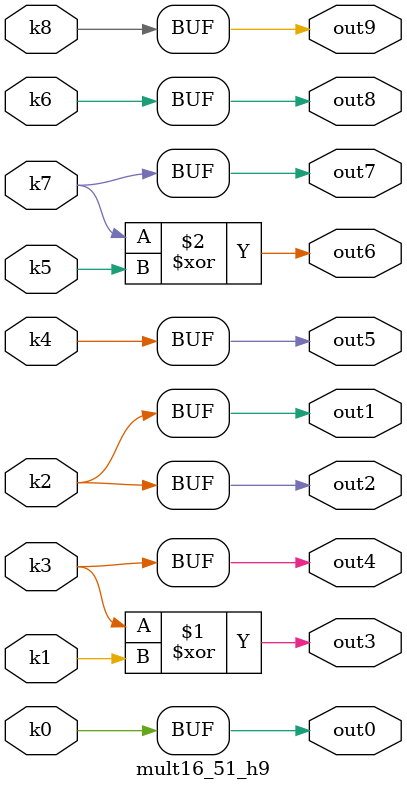
<source format=v>
module mult16_51(pi00, pi01, pi02, pi03, pi04, pi05, pi06, pi07, pi08, pi09, pi10, pi11, pi12, po00, po01, po02, po03, po04, po05, po06, po07, po08, po09);
input pi00, pi01, pi02, pi03, pi04, pi05, pi06, pi07, pi08, pi09, pi10, pi11, pi12;
output po00, po01, po02, po03, po04, po05, po06, po07, po08, po09;
wire k0, k1, k2, k3, k4, k5, k6, k7, k8;
mult16_51_w9 DUT1 (pi00, pi01, pi02, pi03, pi04, pi05, pi06, pi07, pi08, pi09, pi10, pi11, pi12, k0, k1, k2, k3, k4, k5, k6, k7, k8);
mult16_51_h9 DUT2 (k0, k1, k2, k3, k4, k5, k6, k7, k8, po00, po01, po02, po03, po04, po05, po06, po07, po08, po09);
endmodule

module mult16_51_w9(in12, in11, in10, in9, in8, in7, in6, in5, in4, in3, in2, in1, in0, k8, k7, k6, k5, k4, k3, k2, k1, k0);
input in12, in11, in10, in9, in8, in7, in6, in5, in4, in3, in2, in1, in0;
output k8, k7, k6, k5, k4, k3, k2, k1, k0;
assign k0 =   (~in8 | ((~in0 | ~in5) & (~in4 | ~in3 | ~in9))) & (~in3 | ~in9 | ~in7 | ~in5);
assign k1 =   in2 & ((~in11 & ((in9 & in4 & ((in8 & ~in10 & in5) | (in3 & in10 & ~in5))) | (in3 & in8 & in10 & in5 & (~in9 | ~in4)) | (~in4 & ~in8 & ~in10))) | (in8 & in5 & ((in3 & ~in9 & ~in4 & in10) | (~in3 & in9 & in4 & ~in10))) | ((~in8 | ~in5) & ((~in3 & (~in9 | ~in4)) | (~in9 & ~in10))) | (~in4 & ~in10 & ~in5));
assign k2 =   (in3 & ((in9 & ((in7 & ((~in0 & ((in10 & in8 & in1) | (~in10 & in5 & ~in4 & ~in1))) | (in5 & ~in1 & ((~in4 & (~in8 | (in0 & in10))) | (~in10 & ~in8))))) | (in8 & ((in0 & ((~in10 & ~in4 & in1) | (in5 & in4 & ~in1))) | (in4 & ((~in0 & in5 & in1) | (~in10 & ~in5 & ~in1))))) | (in1 & ((~in5 & (~in4 | (~in10 & ~in8))) | (~in7 & ((~in10 & (~in4 | ~in8)) | (~in4 & ~in8))))))) | (in10 & ~in9 & ((in1 & ((in0 & ((in4 & in8) | (in7 & in5))) | (~in7 & in5 & ~in4 & in8))) | (~in0 & in8 & ~in1 & (in4 ? in5 : in7)))) | (~in10 & in5 & in4 & in8 & (in0 ^ in1)))) | (~in1 & ((~in4 & (((~in3 | (~in10 & ~in9)) & (~in7 | (in0 & in8))) | (~in5 & (~in9 | ~in3)) | (~in7 & in10 & in5 & in9 & in8))) | (~in8 & (~in7 | ~in5) & (~in9 | ~in3 | (in10 & in4))) | (in5 & ~in3 & in8 & (in0 ? ~in9 : (in9 & in4))))) | (in1 & ((in4 & ((in10 & ((~in5 & in8) | (in7 & in5 & ~in8))) | (in8 & ((~in5 & (~in9 | ~in3)) | (~in3 & (~in0 ^ in9)))))) | (in7 & in5 & ((~in0 & ((~in10 & ~in9) | (~in4 & ~in3))) | (~in8 & (~in9 | ~in3))))));
assign k3 =   ((in8 ? (in5 & in2) : ~in2) & ((~in9 & (~in10 | (in11 & in4))) | (~in4 & (~in3 | (~in11 & ~in10))))) | (in3 & ((in10 & ((~in4 & ((~in9 & (in8 ? (in5 & ~in2) : in2)) | (in2 & (~in5 | (in11 & in9 & in8))))) | (in5 & (in8 ^ in2) & (~in11 | (in9 & in4))) | (~in11 & ~in5 & (in9 ? (in4 & ~in2) : in2)))) | (in5 & ((in4 & (in11 ? (~in10 & (in8 ^ ~in2)) : (in9 & (in8 ^ in2)))) | (in11 & in9 & ~in10 & ~in8 & ~in4 & in2))) | (in11 & in9 & ~in10 & in8 & ~in4 & ~in2))) | (~in3 & ((in5 & ((in10 & (in8 ^ ~in2)) | (in9 & ~in10 & in8 & in4 & ~in2))) | (in9 & in4 & in2 & (~in5 | (~in10 & ~in8))) | (~in5 & ~in2 & (~in9 | ~in4)))) | (~in5 & ((in4 & ((in11 & (~in9 ^ in2)) | (in9 & ~in10 & in2))) | (~in10 & ~in2 & (~in9 | ~in4)))) | (in11 & in9 & in10 & in5 & ~in2 & ~in8 & ~in4);
assign k4 =   ((~in9 | ~in5) & ((in11 & in3 & (~in10 | ~in4)) | (in10 & in4 & (~in11 | ~in3)))) | (in9 & in5 & (((~in10 | ~in4) & (~in11 | ~in3)) | (in11 & in10 & in4 & in3)));
assign k5 =   (~in3 | ~in12) & (~in11 | ~in4) & (~in10 | ~in5);
assign k6 =   in9 & in6;
assign k7 =   ((~in10 | ~in5) & ((in12 & in3 & (~in11 | ~in4)) | (in11 & in4 & (~in12 | ~in3)))) | (in10 & in5 & (((~in11 | ~in4) & (~in12 | ~in3)) | (in12 & in11 & in4 & in3)));
assign k8 =   in10 & in6;
endmodule

module mult16_51_h9(k8, k7, k6, k5, k4, k3, k2, k1, k0, out9, out8, out7, out6, out5, out4, out3, out2, out1, out0);
input k8, k7, k6, k5, k4, k3, k2, k1, k0;
output out9, out8, out7, out6, out5, out4, out3, out2, out1, out0;
assign out0 = k0;
assign out1 = k2;
assign out2 = k2;
assign out3 = k3 ^ k1;
assign out4 = k3;
assign out5 = k4;
assign out6 = k7 ^ k5;
assign out7 = k7;
assign out8 = k6;
assign out9 = k8;
endmodule

</source>
